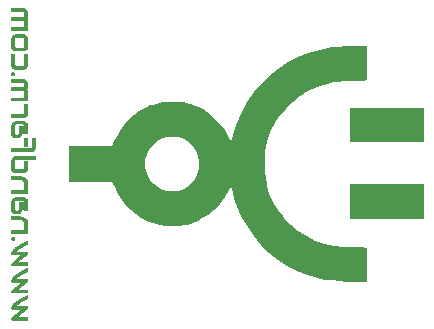
<source format=gbr>
%TF.GenerationSoftware,KiCad,Pcbnew,8.0.7*%
%TF.CreationDate,2025-04-01T17:50:48+03:00*%
%TF.ProjectId,RibbonExtentionCard,52696262-6f6e-4457-9874-656e74696f6e,rev?*%
%TF.SameCoordinates,Original*%
%TF.FileFunction,Legend,Bot*%
%TF.FilePolarity,Positive*%
%FSLAX46Y46*%
G04 Gerber Fmt 4.6, Leading zero omitted, Abs format (unit mm)*
G04 Created by KiCad (PCBNEW 8.0.7) date 2025-04-01 17:50:48*
%MOMM*%
%LPD*%
G01*
G04 APERTURE LIST*
%ADD10C,0.100000*%
%ADD11C,0.000000*%
G04 APERTURE END LIST*
D10*
G36*
X88724996Y-84048381D02*
G01*
X88629894Y-84087426D01*
X88535586Y-84128065D01*
X88442071Y-84170297D01*
X88349351Y-84214124D01*
X88258248Y-84259049D01*
X88169588Y-84305019D01*
X88083370Y-84352032D01*
X87999595Y-84400090D01*
X87908967Y-84455090D01*
X87822280Y-84510786D01*
X87739535Y-84567177D01*
X87695268Y-84598806D01*
X87619972Y-84655580D01*
X87543379Y-84718417D01*
X87474227Y-84780997D01*
X87454933Y-84799720D01*
X87390611Y-84867458D01*
X87332290Y-84940049D01*
X87296664Y-84993600D01*
X87255992Y-85079896D01*
X87240055Y-85166835D01*
X87240000Y-85172093D01*
X87253677Y-85236720D01*
X87291290Y-85288597D01*
X87348443Y-85322889D01*
X87419762Y-85335198D01*
X88086545Y-85335198D01*
X87293733Y-85973551D01*
X87252700Y-86027187D01*
X87240000Y-86086978D01*
X87253677Y-86149846D01*
X87291290Y-86201284D01*
X87348443Y-86236454D01*
X87419762Y-86249204D01*
X88724996Y-86249204D01*
X88724996Y-85927829D01*
X87878939Y-85927829D01*
X88674193Y-85287278D01*
X88722373Y-85208021D01*
X88723042Y-85205066D01*
X88713940Y-85117147D01*
X88711318Y-85111423D01*
X88648646Y-85040990D01*
X88645861Y-85039323D01*
X88551483Y-85012531D01*
X88548164Y-85012505D01*
X87698688Y-85012505D01*
X87769489Y-84949590D01*
X87842676Y-84890540D01*
X87925937Y-84830047D01*
X87933649Y-84824780D01*
X88019539Y-84768452D01*
X88107275Y-84714931D01*
X88188639Y-84668709D01*
X88279440Y-84619876D01*
X88371164Y-84573122D01*
X88455352Y-84532421D01*
X88548262Y-84488958D01*
X88640942Y-84446223D01*
X88724996Y-84408004D01*
X88724996Y-84048381D01*
G37*
G36*
X88724996Y-81748199D02*
G01*
X88629894Y-81787244D01*
X88535586Y-81827883D01*
X88442071Y-81870116D01*
X88349351Y-81913942D01*
X88258248Y-81958868D01*
X88169588Y-82004837D01*
X88083370Y-82051851D01*
X87999595Y-82099909D01*
X87908967Y-82154909D01*
X87822280Y-82210605D01*
X87739535Y-82266996D01*
X87695268Y-82298625D01*
X87619972Y-82355398D01*
X87543379Y-82418236D01*
X87474227Y-82480815D01*
X87454933Y-82499539D01*
X87390611Y-82567276D01*
X87332290Y-82639868D01*
X87296664Y-82693419D01*
X87255992Y-82779715D01*
X87240055Y-82866653D01*
X87240000Y-82871912D01*
X87253677Y-82936538D01*
X87291290Y-82988415D01*
X87348443Y-83022707D01*
X87419762Y-83035017D01*
X88086545Y-83035017D01*
X87293733Y-83673370D01*
X87252700Y-83727006D01*
X87240000Y-83786796D01*
X87253677Y-83849665D01*
X87291290Y-83901102D01*
X87348443Y-83936273D01*
X87419762Y-83949023D01*
X88724996Y-83949023D01*
X88724996Y-83627648D01*
X87878939Y-83627648D01*
X88674193Y-82987096D01*
X88722373Y-82907839D01*
X88723042Y-82904884D01*
X88713940Y-82816966D01*
X88711318Y-82811242D01*
X88648646Y-82740809D01*
X88645861Y-82739141D01*
X88551483Y-82712349D01*
X88548164Y-82712323D01*
X87698688Y-82712323D01*
X87769489Y-82649409D01*
X87842676Y-82590358D01*
X87925937Y-82529866D01*
X87933649Y-82524598D01*
X88019539Y-82468271D01*
X88107275Y-82414749D01*
X88188639Y-82368527D01*
X88279440Y-82319695D01*
X88371164Y-82272940D01*
X88455352Y-82232240D01*
X88548262Y-82188777D01*
X88640942Y-82146041D01*
X88724996Y-82107822D01*
X88724996Y-81748199D01*
G37*
G36*
X88724996Y-79448018D02*
G01*
X88629894Y-79487063D01*
X88535586Y-79527702D01*
X88442071Y-79569935D01*
X88349351Y-79613761D01*
X88258248Y-79658686D01*
X88169588Y-79704656D01*
X88083370Y-79751670D01*
X87999595Y-79799727D01*
X87908967Y-79854727D01*
X87822280Y-79910423D01*
X87739535Y-79966814D01*
X87695268Y-79998443D01*
X87619972Y-80055217D01*
X87543379Y-80118054D01*
X87474227Y-80180634D01*
X87454933Y-80199357D01*
X87390611Y-80267095D01*
X87332290Y-80339686D01*
X87296664Y-80393237D01*
X87255992Y-80479533D01*
X87240055Y-80566472D01*
X87240000Y-80571730D01*
X87253677Y-80636357D01*
X87291290Y-80688234D01*
X87348443Y-80722526D01*
X87419762Y-80734836D01*
X88086545Y-80734836D01*
X87293733Y-81373189D01*
X87252700Y-81426824D01*
X87240000Y-81486615D01*
X87253677Y-81549483D01*
X87291290Y-81600921D01*
X87348443Y-81636092D01*
X87419762Y-81648841D01*
X88724996Y-81648841D01*
X88724996Y-81327466D01*
X87878939Y-81327466D01*
X88674193Y-80686915D01*
X88722373Y-80607658D01*
X88723042Y-80604703D01*
X88713940Y-80516784D01*
X88711318Y-80511060D01*
X88648646Y-80440627D01*
X88645861Y-80438960D01*
X88551483Y-80412168D01*
X88548164Y-80412142D01*
X87698688Y-80412142D01*
X87769489Y-80349227D01*
X87842676Y-80290177D01*
X87925937Y-80229684D01*
X87933649Y-80224417D01*
X88019539Y-80168090D01*
X88107275Y-80114568D01*
X88188639Y-80068346D01*
X88279440Y-80019513D01*
X88371164Y-79972759D01*
X88455352Y-79932058D01*
X88548262Y-79888595D01*
X88640942Y-79845860D01*
X88724996Y-79807641D01*
X88724996Y-79448018D01*
G37*
G36*
X87419762Y-79164891D02*
G01*
X87350397Y-79178080D01*
X87294221Y-79212372D01*
X87256608Y-79262930D01*
X87242930Y-79324040D01*
X87256608Y-79386468D01*
X87294221Y-79437466D01*
X87350397Y-79471318D01*
X87419762Y-79483628D01*
X87488150Y-79471318D01*
X87544326Y-79437466D01*
X87582428Y-79386468D01*
X87597083Y-79324040D01*
X87582428Y-79262930D01*
X87544326Y-79212372D01*
X87488150Y-79178080D01*
X87419762Y-79164891D01*
G37*
G36*
X87240000Y-77434480D02*
G01*
X87240000Y-77756294D01*
X88064563Y-77756294D01*
X88161375Y-77768411D01*
X88190104Y-77777836D01*
X88272601Y-77825456D01*
X88285359Y-77836748D01*
X88340871Y-77911472D01*
X88346420Y-77923796D01*
X88367157Y-78010463D01*
X88367913Y-78031946D01*
X88367913Y-78594682D01*
X87240000Y-78594682D01*
X87240000Y-78916057D01*
X88548164Y-78916057D01*
X88617041Y-78903747D01*
X88673705Y-78869016D01*
X88711318Y-78817138D01*
X88724996Y-78753831D01*
X88724996Y-78029309D01*
X88717173Y-77938689D01*
X88709853Y-77901374D01*
X88681984Y-77813658D01*
X88661004Y-77768164D01*
X88612232Y-77687759D01*
X88576008Y-77641988D01*
X88507178Y-77575425D01*
X88450956Y-77535596D01*
X88361259Y-77489290D01*
X88281451Y-77461737D01*
X88185867Y-77442172D01*
X88086972Y-77434719D01*
X88064563Y-77434480D01*
X87240000Y-77434480D01*
G37*
G36*
X87731905Y-75782763D02*
G01*
X87634513Y-75792037D01*
X87571681Y-75806503D01*
X87478980Y-75842037D01*
X87412435Y-75882561D01*
X87341200Y-75947329D01*
X87289337Y-76019727D01*
X87253924Y-76106976D01*
X87240770Y-76195720D01*
X87240000Y-76225478D01*
X87240000Y-76805359D01*
X87250113Y-76893012D01*
X87265889Y-76949560D01*
X87305611Y-77032775D01*
X87350397Y-77092882D01*
X87422605Y-77156993D01*
X87502805Y-77203670D01*
X87600099Y-77235542D01*
X87698833Y-77247380D01*
X87731905Y-77248073D01*
X87829487Y-77238972D01*
X87892616Y-77224773D01*
X87985713Y-77189023D01*
X88052351Y-77148715D01*
X88123829Y-77083728D01*
X88175450Y-77011549D01*
X88211213Y-76923984D01*
X88224497Y-76835124D01*
X88225275Y-76805359D01*
X88225275Y-76225478D01*
X87884312Y-76225478D01*
X87884312Y-76805359D01*
X87854644Y-76892361D01*
X87839371Y-76906915D01*
X87749057Y-76941656D01*
X87728974Y-76942526D01*
X87635778Y-76915244D01*
X87620041Y-76901200D01*
X87581917Y-76820195D01*
X87580963Y-76802721D01*
X87580963Y-76225478D01*
X87609985Y-76138766D01*
X87624926Y-76124361D01*
X87714764Y-76089191D01*
X87734836Y-76088311D01*
X88233091Y-76088311D01*
X88328048Y-76114141D01*
X88344466Y-76127438D01*
X88385338Y-76210963D01*
X88385987Y-76225478D01*
X88385987Y-76931535D01*
X88724996Y-76931535D01*
X88724996Y-76225478D01*
X88714692Y-76137997D01*
X88698618Y-76081716D01*
X88659136Y-75998285D01*
X88614110Y-75938394D01*
X88542145Y-75874064D01*
X88461702Y-75827606D01*
X88364759Y-75795419D01*
X88266155Y-75783464D01*
X88233091Y-75782763D01*
X87731905Y-75782763D01*
G37*
G36*
X87240000Y-74035205D02*
G01*
X87240000Y-74357020D01*
X88064563Y-74357020D01*
X88161375Y-74369137D01*
X88190104Y-74378562D01*
X88272601Y-74426182D01*
X88285359Y-74437473D01*
X88340871Y-74512198D01*
X88346420Y-74524521D01*
X88367157Y-74611188D01*
X88367913Y-74632672D01*
X88367913Y-75195408D01*
X87240000Y-75195408D01*
X87240000Y-75516782D01*
X88548164Y-75516782D01*
X88617041Y-75504473D01*
X88673705Y-75469741D01*
X88711318Y-75417864D01*
X88724996Y-75354556D01*
X88724996Y-74630034D01*
X88717173Y-74539415D01*
X88709853Y-74502100D01*
X88681984Y-74414383D01*
X88661004Y-74368890D01*
X88612232Y-74288484D01*
X88576008Y-74242714D01*
X88507178Y-74176150D01*
X88450956Y-74136322D01*
X88361259Y-74090016D01*
X88281451Y-74062463D01*
X88185867Y-74042898D01*
X88086972Y-74035445D01*
X88064563Y-74035205D01*
X87240000Y-74035205D01*
G37*
G36*
X87741674Y-72296880D02*
G01*
X87643683Y-72303557D01*
X87575589Y-72317983D01*
X87483151Y-72353441D01*
X87446629Y-72373817D01*
X87372440Y-72431684D01*
X87351863Y-72453831D01*
X87297711Y-72531032D01*
X87287871Y-72549672D01*
X87255697Y-72635186D01*
X87251723Y-72651228D01*
X87240103Y-72739764D01*
X87240000Y-72748387D01*
X87240000Y-73328269D01*
X87248266Y-73420373D01*
X87263447Y-73476427D01*
X87303075Y-73559224D01*
X87325973Y-73592051D01*
X87391186Y-73659068D01*
X87415854Y-73677780D01*
X87501633Y-73726517D01*
X87522344Y-73735373D01*
X87617012Y-73764330D01*
X87634696Y-73767906D01*
X87732268Y-73778365D01*
X87741674Y-73778457D01*
X88225275Y-73778457D01*
X88329869Y-73770984D01*
X88427002Y-73746220D01*
X88457794Y-73733175D01*
X88544501Y-73682397D01*
X88613133Y-73620628D01*
X88666940Y-73545809D01*
X88698618Y-73474228D01*
X88720643Y-73384596D01*
X88724996Y-73328269D01*
X88724996Y-72748387D01*
X88367913Y-72748387D01*
X88367913Y-73325631D01*
X88341831Y-73412038D01*
X88331277Y-73423230D01*
X88238076Y-73456349D01*
X88225275Y-73456643D01*
X87744117Y-73456643D01*
X87646680Y-73433482D01*
X87634207Y-73424110D01*
X87597409Y-73339794D01*
X87597083Y-73328269D01*
X87597083Y-72748387D01*
X87623512Y-72661633D01*
X87634207Y-72650788D01*
X87728777Y-72618541D01*
X87741674Y-72618255D01*
X89353189Y-72618255D01*
X89353189Y-72296880D01*
X87741674Y-72296880D01*
G37*
G36*
X88367913Y-70816182D02*
G01*
X88367913Y-71543342D01*
X88724996Y-71543342D01*
X88724996Y-70816182D01*
X88367913Y-70816182D01*
G37*
G36*
X89012226Y-70816182D02*
G01*
X89012226Y-71540704D01*
X88988040Y-71625965D01*
X88975589Y-71639623D01*
X88882389Y-71672741D01*
X88869588Y-71673035D01*
X87240000Y-71673035D01*
X87240000Y-71994849D01*
X88869588Y-71994849D01*
X88971926Y-71987410D01*
X89034207Y-71973747D01*
X89126205Y-71938081D01*
X89162679Y-71917473D01*
X89236868Y-71858782D01*
X89257445Y-71836580D01*
X89311597Y-71759379D01*
X89321437Y-71740739D01*
X89353740Y-71655851D01*
X89357585Y-71640062D01*
X89369206Y-71551961D01*
X89369309Y-71543342D01*
X89369309Y-70816182D01*
X89012226Y-70816182D01*
G37*
G36*
X87731905Y-69337683D02*
G01*
X87634513Y-69346956D01*
X87571681Y-69361423D01*
X87478980Y-69396956D01*
X87412435Y-69437480D01*
X87341200Y-69502249D01*
X87289337Y-69574647D01*
X87253924Y-69661896D01*
X87240770Y-69750639D01*
X87240000Y-69780397D01*
X87240000Y-70360279D01*
X87250113Y-70447931D01*
X87265889Y-70504480D01*
X87305611Y-70587695D01*
X87350397Y-70647801D01*
X87422605Y-70711913D01*
X87502805Y-70758590D01*
X87600099Y-70790461D01*
X87698833Y-70802299D01*
X87731905Y-70802993D01*
X87829487Y-70793891D01*
X87892616Y-70779692D01*
X87985713Y-70743943D01*
X88052351Y-70703635D01*
X88123829Y-70638648D01*
X88175450Y-70566468D01*
X88211213Y-70478904D01*
X88224497Y-70390043D01*
X88225275Y-70360279D01*
X88225275Y-69780397D01*
X87884312Y-69780397D01*
X87884312Y-70360279D01*
X87854644Y-70447280D01*
X87839371Y-70461835D01*
X87749057Y-70496576D01*
X87728974Y-70497445D01*
X87635778Y-70470164D01*
X87620041Y-70456120D01*
X87581917Y-70375115D01*
X87580963Y-70357641D01*
X87580963Y-69780397D01*
X87609985Y-69693686D01*
X87624926Y-69679281D01*
X87714764Y-69644111D01*
X87734836Y-69643230D01*
X88233091Y-69643230D01*
X88328048Y-69669061D01*
X88344466Y-69682358D01*
X88385338Y-69765882D01*
X88385987Y-69780397D01*
X88385987Y-70486454D01*
X88724996Y-70486454D01*
X88724996Y-69780397D01*
X88714692Y-69692916D01*
X88698618Y-69636636D01*
X88659136Y-69553204D01*
X88614110Y-69493314D01*
X88542145Y-69428984D01*
X88461702Y-69382526D01*
X88364759Y-69350339D01*
X88266155Y-69338383D01*
X88233091Y-69337683D01*
X87731905Y-69337683D01*
G37*
G36*
X88367913Y-67901828D02*
G01*
X88367913Y-68625471D01*
X88343727Y-68710731D01*
X88331277Y-68724389D01*
X88238076Y-68757072D01*
X88225275Y-68757362D01*
X87240000Y-68757362D01*
X87240000Y-69079176D01*
X88225275Y-69079176D01*
X88327613Y-69071737D01*
X88389895Y-69058073D01*
X88481892Y-69022408D01*
X88518367Y-69001800D01*
X88592555Y-68943108D01*
X88613133Y-68920907D01*
X88667284Y-68843706D01*
X88677124Y-68825066D01*
X88709427Y-68739552D01*
X88713272Y-68723510D01*
X88724893Y-68636056D01*
X88724996Y-68627669D01*
X88724996Y-67901828D01*
X88367913Y-67901828D01*
G37*
G36*
X87240000Y-66505101D02*
G01*
X87240000Y-66826475D01*
X88225275Y-66826475D01*
X88321713Y-66852057D01*
X88331277Y-66859888D01*
X88367341Y-66942931D01*
X88367913Y-66958806D01*
X88367913Y-67376901D01*
X87240000Y-67376901D01*
X87240000Y-67698276D01*
X88548164Y-67698276D01*
X88617041Y-67685966D01*
X88673705Y-67651235D01*
X88711318Y-67599357D01*
X88724996Y-67536050D01*
X88724996Y-66956168D01*
X88713636Y-66864295D01*
X88698618Y-66812847D01*
X88659445Y-66729013D01*
X88615087Y-66666887D01*
X88724996Y-66666887D01*
X88724996Y-66231646D01*
X88714692Y-66141667D01*
X88713272Y-66135366D01*
X88684576Y-66050362D01*
X88677124Y-66034689D01*
X88627289Y-65956148D01*
X88613133Y-65938848D01*
X88541935Y-65874115D01*
X88518367Y-65858394D01*
X88429484Y-65815509D01*
X88389895Y-65802561D01*
X88291473Y-65784426D01*
X88225275Y-65781458D01*
X87240000Y-65781458D01*
X87240000Y-66103272D01*
X88225275Y-66103272D01*
X88321713Y-66127507D01*
X88331277Y-66134926D01*
X88367591Y-66219665D01*
X88367913Y-66231646D01*
X88367913Y-66520928D01*
X88267564Y-66506353D01*
X88225275Y-66505101D01*
X87240000Y-66505101D01*
G37*
G36*
X87419762Y-65230153D02*
G01*
X87350397Y-65243342D01*
X87294221Y-65277634D01*
X87256608Y-65328192D01*
X87242930Y-65389302D01*
X87256608Y-65451730D01*
X87294221Y-65502728D01*
X87350397Y-65536580D01*
X87419762Y-65548890D01*
X87488150Y-65536580D01*
X87544326Y-65502728D01*
X87582428Y-65451730D01*
X87597083Y-65389302D01*
X87582428Y-65328192D01*
X87544326Y-65277634D01*
X87488150Y-65243342D01*
X87419762Y-65230153D01*
G37*
G36*
X87240000Y-63686587D02*
G01*
X87240000Y-64558387D01*
X87250113Y-64646727D01*
X87265889Y-64704347D01*
X87306075Y-64789618D01*
X87351863Y-64850746D01*
X87425628Y-64916011D01*
X87507201Y-64963293D01*
X87599204Y-64994248D01*
X87699371Y-65007470D01*
X87741674Y-65008576D01*
X88225275Y-65008576D01*
X88325253Y-64999302D01*
X88332254Y-64998025D01*
X88426703Y-64972082D01*
X88444117Y-64965491D01*
X88531384Y-64920640D01*
X88550607Y-64907899D01*
X88622532Y-64843671D01*
X88640000Y-64822609D01*
X88687398Y-64742615D01*
X88701549Y-64706985D01*
X88721699Y-64618027D01*
X88724996Y-64558387D01*
X88724996Y-63686587D01*
X88367913Y-63686587D01*
X88367913Y-64558387D01*
X88340611Y-64645518D01*
X88332254Y-64654228D01*
X88240304Y-64686253D01*
X88222344Y-64686762D01*
X87741674Y-64686762D01*
X87646620Y-64663288D01*
X87634207Y-64653789D01*
X87597663Y-64571419D01*
X87597083Y-64555750D01*
X87597083Y-63686587D01*
X87240000Y-63686587D01*
G37*
G36*
X88288493Y-61988742D02*
G01*
X88388429Y-62008932D01*
X88467963Y-62037976D01*
X88551095Y-62086308D01*
X88619849Y-62147857D01*
X88675659Y-62226113D01*
X88689872Y-62254079D01*
X88716853Y-62341979D01*
X88724996Y-62436259D01*
X88724996Y-63016140D01*
X88720643Y-63072467D01*
X88698618Y-63162100D01*
X88666940Y-63233681D01*
X88613133Y-63308499D01*
X88544501Y-63370268D01*
X88457794Y-63421046D01*
X88427002Y-63434092D01*
X88329869Y-63458855D01*
X88225275Y-63466329D01*
X87741674Y-63466329D01*
X87699371Y-63465223D01*
X87599204Y-63452001D01*
X87507201Y-63421046D01*
X87425628Y-63373764D01*
X87351863Y-63308499D01*
X87306075Y-63247371D01*
X87265889Y-63162100D01*
X87250113Y-63104480D01*
X87240000Y-63016140D01*
X87240000Y-62436259D01*
X87597083Y-62436259D01*
X87597083Y-63013503D01*
X87597663Y-63029172D01*
X87634207Y-63111542D01*
X87646620Y-63121041D01*
X87741674Y-63144515D01*
X88225275Y-63144515D01*
X88238076Y-63144225D01*
X88331277Y-63111542D01*
X88341831Y-63100338D01*
X88367913Y-63013503D01*
X88367913Y-62436259D01*
X88367600Y-62424656D01*
X88332254Y-62339979D01*
X88317525Y-62328624D01*
X88222344Y-62306566D01*
X87741674Y-62306566D01*
X87728777Y-62306848D01*
X87634207Y-62338660D01*
X87623512Y-62349505D01*
X87597083Y-62436259D01*
X87240000Y-62436259D01*
X87240103Y-62427636D01*
X87251723Y-62339099D01*
X87255697Y-62323068D01*
X87287871Y-62237983D01*
X87297711Y-62219343D01*
X87351863Y-62142142D01*
X87372440Y-62119803D01*
X87446629Y-62061688D01*
X87483151Y-62041312D01*
X87575589Y-62005854D01*
X87643683Y-61991429D01*
X87741674Y-61984752D01*
X88225275Y-61984752D01*
X88288493Y-61988742D01*
G37*
G36*
X87240000Y-60527794D02*
G01*
X87240000Y-60849169D01*
X88225275Y-60849169D01*
X88321713Y-60874750D01*
X88331277Y-60882581D01*
X88367341Y-60965625D01*
X88367913Y-60981500D01*
X88367913Y-61399595D01*
X87240000Y-61399595D01*
X87240000Y-61720969D01*
X88548164Y-61720969D01*
X88617041Y-61708660D01*
X88673705Y-61673928D01*
X88711318Y-61622051D01*
X88724996Y-61558743D01*
X88724996Y-60978862D01*
X88713636Y-60886989D01*
X88698618Y-60835540D01*
X88659445Y-60751707D01*
X88615087Y-60689581D01*
X88724996Y-60689581D01*
X88724996Y-60254340D01*
X88714692Y-60164360D01*
X88713272Y-60158060D01*
X88684576Y-60073055D01*
X88677124Y-60057383D01*
X88627289Y-59978842D01*
X88613133Y-59961542D01*
X88541935Y-59896809D01*
X88518367Y-59881088D01*
X88429484Y-59838202D01*
X88389895Y-59825254D01*
X88291473Y-59807119D01*
X88225275Y-59804152D01*
X87240000Y-59804152D01*
X87240000Y-60125966D01*
X88225275Y-60125966D01*
X88321713Y-60150201D01*
X88331277Y-60157620D01*
X88367591Y-60242359D01*
X88367913Y-60254340D01*
X88367913Y-60543621D01*
X88267564Y-60529046D01*
X88225275Y-60527794D01*
X87240000Y-60527794D01*
G37*
D11*
%TO.C,G\u002A\u002A\u002A*%
G36*
X122217818Y-76168737D02*
G01*
X122204536Y-77634122D01*
X119060848Y-77647023D01*
X115917159Y-77659924D01*
X115917159Y-76181638D01*
X115917159Y-74703353D01*
X119074129Y-74703353D01*
X122231098Y-74703353D01*
X122217818Y-76168737D01*
G37*
G36*
X122229585Y-69693491D02*
G01*
X122229585Y-71146351D01*
X119098422Y-71146351D01*
X115967258Y-71146351D01*
X115967258Y-69693491D01*
X115967258Y-68240631D01*
X119098422Y-68240631D01*
X122229585Y-68240631D01*
X122229585Y-69693491D01*
G37*
G36*
X117370019Y-64445055D02*
G01*
X117370019Y-65921605D01*
X117031854Y-65953543D01*
X116966851Y-65958691D01*
X116760148Y-65969308D01*
X116492836Y-65977887D01*
X116192356Y-65983654D01*
X115886148Y-65985837D01*
X115851634Y-65985886D01*
X115346343Y-65996854D01*
X114904462Y-66030286D01*
X114492793Y-66091000D01*
X114078139Y-66183811D01*
X113627305Y-66313534D01*
X113417088Y-66384072D01*
X113012927Y-66541959D01*
X112598000Y-66728520D01*
X112199304Y-66930519D01*
X111843832Y-67134718D01*
X111558580Y-67327884D01*
X111551816Y-67333044D01*
X111336973Y-67512481D01*
X111080588Y-67749904D01*
X110802106Y-68025085D01*
X110520974Y-68317794D01*
X110256641Y-68607802D01*
X110028552Y-68874879D01*
X109856154Y-69098797D01*
X109593382Y-69508278D01*
X109269366Y-70138836D01*
X109009508Y-70806723D01*
X108827478Y-71480295D01*
X108818519Y-71524807D01*
X108753698Y-71979799D01*
X108719836Y-72500301D01*
X108716460Y-73059609D01*
X108743097Y-73631022D01*
X108799274Y-74187837D01*
X108884520Y-74703353D01*
X108894645Y-74751118D01*
X109044828Y-75277017D01*
X109266723Y-75830376D01*
X109548436Y-76387442D01*
X109878076Y-76924465D01*
X110243747Y-77417694D01*
X110347181Y-77541077D01*
X110929554Y-78144527D01*
X111573872Y-78671596D01*
X112273513Y-79118481D01*
X113021855Y-79481383D01*
X113812275Y-79756499D01*
X114638151Y-79940029D01*
X114658254Y-79943182D01*
X114892748Y-79970614D01*
X115187845Y-79993038D01*
X115507824Y-80008214D01*
X115816962Y-80013905D01*
X115856537Y-80013978D01*
X116163409Y-80017158D01*
X116471624Y-80024299D01*
X116747338Y-80034430D01*
X116956706Y-80046581D01*
X117370019Y-80078756D01*
X117370019Y-81549240D01*
X117370019Y-83019723D01*
X116901858Y-83019723D01*
X116842360Y-83019577D01*
X116290956Y-83006232D01*
X115702486Y-82972992D01*
X115099807Y-82922346D01*
X114505775Y-82856781D01*
X113943246Y-82778785D01*
X113435079Y-82690847D01*
X113004128Y-82595454D01*
X112303576Y-82383711D01*
X111451511Y-82035831D01*
X110630726Y-81601000D01*
X109849247Y-81085779D01*
X109115101Y-80496732D01*
X108436314Y-79840420D01*
X107820914Y-79123405D01*
X107276928Y-78352250D01*
X106812382Y-77533517D01*
X106666021Y-77221453D01*
X106489204Y-76799097D01*
X106316264Y-76342891D01*
X106160168Y-75887262D01*
X106033883Y-75466635D01*
X105866118Y-74852900D01*
X105718956Y-75163667D01*
X105372369Y-75792963D01*
X104943954Y-76377370D01*
X104448107Y-76889914D01*
X103888113Y-77327214D01*
X103267258Y-77685892D01*
X103037180Y-77796757D01*
X102692031Y-77952074D01*
X102393370Y-78066432D01*
X102116171Y-78146516D01*
X101835411Y-78199010D01*
X101526068Y-78230597D01*
X101163116Y-78247964D01*
X101022923Y-78251262D01*
X101014974Y-78251449D01*
X100388295Y-78235132D01*
X99821509Y-78162192D01*
X99292623Y-78027349D01*
X98779643Y-77825317D01*
X98260574Y-77550816D01*
X97817217Y-77265344D01*
X97373672Y-76914210D01*
X96983758Y-76521559D01*
X96634794Y-76072732D01*
X96314098Y-75553070D01*
X96008991Y-74947911D01*
X95803456Y-74502958D01*
X93961886Y-74502958D01*
X92120315Y-74502958D01*
X92120315Y-73025049D01*
X98586326Y-73025049D01*
X98589464Y-73130744D01*
X98659598Y-73579712D01*
X98814411Y-73998676D01*
X99044287Y-74376553D01*
X99339607Y-74702260D01*
X99690753Y-74964717D01*
X100088108Y-75152839D01*
X100522055Y-75255546D01*
X100682990Y-75270768D01*
X101022923Y-75275513D01*
X101355871Y-75247967D01*
X101651615Y-75191390D01*
X101879940Y-75109042D01*
X102122289Y-74966084D01*
X102484404Y-74665479D01*
X102781076Y-74302023D01*
X103003673Y-73889756D01*
X103143562Y-73442718D01*
X103192110Y-72974950D01*
X103181890Y-72750460D01*
X103091058Y-72283037D01*
X102910818Y-71851642D01*
X102646760Y-71465333D01*
X102304473Y-71133168D01*
X101889546Y-70864203D01*
X101885449Y-70862067D01*
X101769654Y-70804551D01*
X101667188Y-70765169D01*
X101555347Y-70740497D01*
X101411427Y-70727112D01*
X101212724Y-70721592D01*
X100936532Y-70720512D01*
X100849741Y-70720539D01*
X100599853Y-70722159D01*
X100419299Y-70729220D01*
X100284033Y-70745746D01*
X100170010Y-70775758D01*
X100053185Y-70823281D01*
X99909510Y-70892336D01*
X99788711Y-70956274D01*
X99401101Y-71231607D01*
X99074461Y-71577547D01*
X98820578Y-71979749D01*
X98651239Y-72423866D01*
X98621541Y-72572836D01*
X98595527Y-72800106D01*
X98586326Y-73025049D01*
X92120315Y-73025049D01*
X92120315Y-73000000D01*
X92120315Y-71497041D01*
X93967158Y-71497041D01*
X95814001Y-71497041D01*
X95901817Y-71259073D01*
X95979838Y-71072975D01*
X96113131Y-70799615D01*
X96275677Y-70496060D01*
X96451845Y-70190271D01*
X96626003Y-69910205D01*
X96782519Y-69683822D01*
X96909065Y-69526743D01*
X97250264Y-69176741D01*
X97657622Y-68836291D01*
X98108423Y-68521893D01*
X98579950Y-68250047D01*
X99049487Y-68037253D01*
X99236252Y-67967506D01*
X99505287Y-67879261D01*
X99759630Y-67816198D01*
X100022175Y-67775111D01*
X100315817Y-67752792D01*
X100663450Y-67746031D01*
X101087968Y-67751622D01*
X101409242Y-67759682D01*
X101665211Y-67769313D01*
X101862080Y-67782877D01*
X102020800Y-67803067D01*
X102162319Y-67832578D01*
X102307589Y-67874105D01*
X102477558Y-67930341D01*
X102801186Y-68047618D01*
X103149427Y-68198299D01*
X103474402Y-68372938D01*
X103818343Y-68592386D01*
X104232832Y-68901640D01*
X104771468Y-69408309D01*
X105239109Y-69985428D01*
X105634702Y-70631815D01*
X105878739Y-71094202D01*
X106019958Y-70581716D01*
X106032374Y-70536996D01*
X106358466Y-69544104D01*
X106763354Y-68609143D01*
X107243645Y-67735139D01*
X107795945Y-66925117D01*
X108416858Y-66182105D01*
X109102991Y-65509127D01*
X109850949Y-64909210D01*
X110657338Y-64385380D01*
X111518764Y-63940664D01*
X112431832Y-63578086D01*
X113393148Y-63300674D01*
X114399318Y-63111453D01*
X114479253Y-63101384D01*
X114725959Y-63077596D01*
X115039909Y-63054334D01*
X115398095Y-63033032D01*
X115777504Y-63015124D01*
X116155128Y-63002044D01*
X117370019Y-62968505D01*
X117370019Y-64445055D01*
G37*
%TD*%
M02*

</source>
